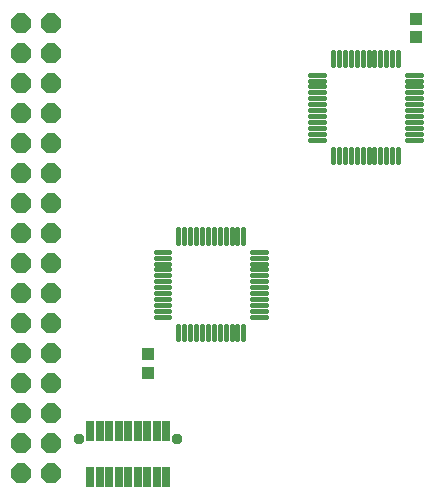
<source format=gbr>
G04 EAGLE Gerber RS-274X export*
G75*
%MOMM*%
%FSLAX34Y34*%
%LPD*%
%INSoldermask Bottom*%
%IPPOS*%
%AMOC8*
5,1,8,0,0,1.08239X$1,22.5*%
G01*
G04 Define Apertures*
%ADD10C,0.402400*%
%ADD11R,1.122600X1.073300*%
%ADD12P,1.81452X8X112.5*%
%ADD13R,0.702400X1.652400*%
%ADD14C,0.952400*%
D10*
X285500Y383750D02*
X285500Y372250D01*
X290500Y372250D02*
X290500Y383750D01*
X295500Y383750D02*
X295500Y372250D01*
X300500Y372250D02*
X300500Y383750D01*
X305500Y383750D02*
X305500Y372250D01*
X310500Y372250D02*
X310500Y383750D01*
X315500Y383750D02*
X315500Y372250D01*
X320500Y372250D02*
X320500Y383750D01*
X325500Y383750D02*
X325500Y372250D01*
X330500Y372250D02*
X330500Y383750D01*
X335500Y383750D02*
X335500Y372250D01*
X340500Y372250D02*
X340500Y383750D01*
X348250Y364500D02*
X359750Y364500D01*
X359750Y359500D02*
X348250Y359500D01*
X348250Y354500D02*
X359750Y354500D01*
X359750Y349500D02*
X348250Y349500D01*
X348250Y344500D02*
X359750Y344500D01*
X359750Y339500D02*
X348250Y339500D01*
X348250Y334500D02*
X359750Y334500D01*
X359750Y329500D02*
X348250Y329500D01*
X348250Y324500D02*
X359750Y324500D01*
X359750Y319500D02*
X348250Y319500D01*
X348250Y314500D02*
X359750Y314500D01*
X359750Y309500D02*
X348250Y309500D01*
X340500Y301750D02*
X340500Y290250D01*
X335500Y290250D02*
X335500Y301750D01*
X330500Y301750D02*
X330500Y290250D01*
X325500Y290250D02*
X325500Y301750D01*
X320500Y301750D02*
X320500Y290250D01*
X315500Y290250D02*
X315500Y301750D01*
X310500Y301750D02*
X310500Y290250D01*
X305500Y290250D02*
X305500Y301750D01*
X300500Y301750D02*
X300500Y290250D01*
X295500Y290250D02*
X295500Y301750D01*
X290500Y301750D02*
X290500Y290250D01*
X285500Y290250D02*
X285500Y301750D01*
X277750Y309500D02*
X266250Y309500D01*
X266250Y314500D02*
X277750Y314500D01*
X277750Y319500D02*
X266250Y319500D01*
X266250Y324500D02*
X277750Y324500D01*
X277750Y329500D02*
X266250Y329500D01*
X266250Y334500D02*
X277750Y334500D01*
X277750Y339500D02*
X266250Y339500D01*
X266250Y344500D02*
X277750Y344500D01*
X277750Y349500D02*
X266250Y349500D01*
X266250Y354500D02*
X277750Y354500D01*
X277750Y359500D02*
X266250Y359500D01*
X266250Y364500D02*
X277750Y364500D01*
D11*
X356000Y411746D03*
X356000Y396254D03*
D10*
X209500Y151750D02*
X209500Y140250D01*
X204500Y140250D02*
X204500Y151750D01*
X199500Y151750D02*
X199500Y140250D01*
X194500Y140250D02*
X194500Y151750D01*
X189500Y151750D02*
X189500Y140250D01*
X184500Y140250D02*
X184500Y151750D01*
X179500Y151750D02*
X179500Y140250D01*
X174500Y140250D02*
X174500Y151750D01*
X169500Y151750D02*
X169500Y140250D01*
X164500Y140250D02*
X164500Y151750D01*
X159500Y151750D02*
X159500Y140250D01*
X154500Y140250D02*
X154500Y151750D01*
X146750Y159500D02*
X135250Y159500D01*
X135250Y164500D02*
X146750Y164500D01*
X146750Y169500D02*
X135250Y169500D01*
X135250Y174500D02*
X146750Y174500D01*
X146750Y179500D02*
X135250Y179500D01*
X135250Y184500D02*
X146750Y184500D01*
X146750Y189500D02*
X135250Y189500D01*
X135250Y194500D02*
X146750Y194500D01*
X146750Y199500D02*
X135250Y199500D01*
X135250Y204500D02*
X146750Y204500D01*
X146750Y209500D02*
X135250Y209500D01*
X135250Y214500D02*
X146750Y214500D01*
X154500Y222250D02*
X154500Y233750D01*
X159500Y233750D02*
X159500Y222250D01*
X164500Y222250D02*
X164500Y233750D01*
X169500Y233750D02*
X169500Y222250D01*
X174500Y222250D02*
X174500Y233750D01*
X179500Y233750D02*
X179500Y222250D01*
X184500Y222250D02*
X184500Y233750D01*
X189500Y233750D02*
X189500Y222250D01*
X194500Y222250D02*
X194500Y233750D01*
X199500Y233750D02*
X199500Y222250D01*
X204500Y222250D02*
X204500Y233750D01*
X209500Y233750D02*
X209500Y222250D01*
X217250Y214500D02*
X228750Y214500D01*
X228750Y209500D02*
X217250Y209500D01*
X217250Y204500D02*
X228750Y204500D01*
X228750Y199500D02*
X217250Y199500D01*
X217250Y194500D02*
X228750Y194500D01*
X228750Y189500D02*
X217250Y189500D01*
X217250Y184500D02*
X228750Y184500D01*
X228750Y179500D02*
X217250Y179500D01*
X217250Y174500D02*
X228750Y174500D01*
X228750Y169500D02*
X217250Y169500D01*
X217250Y164500D02*
X228750Y164500D01*
X228750Y159500D02*
X217250Y159500D01*
D11*
X129000Y112254D03*
X129000Y127746D03*
D12*
X46700Y27500D03*
X21300Y27500D03*
X46700Y52900D03*
X21300Y52900D03*
X46700Y78300D03*
X21300Y78300D03*
X46700Y103700D03*
X21300Y103700D03*
X46700Y129100D03*
X21300Y129100D03*
X46700Y154500D03*
X21300Y154500D03*
X46700Y179900D03*
X21300Y179900D03*
X46700Y205300D03*
X21300Y205300D03*
X46700Y230700D03*
X21300Y230700D03*
X46700Y256100D03*
X21300Y256100D03*
X46700Y281500D03*
X21300Y281500D03*
X46700Y306900D03*
X21300Y306900D03*
X46700Y332300D03*
X21300Y332300D03*
X46700Y357700D03*
X21300Y357700D03*
X46700Y383100D03*
X21300Y383100D03*
X46700Y408500D03*
X21300Y408500D03*
D13*
X80000Y23500D03*
X80000Y62500D03*
X88000Y23500D03*
X88000Y62500D03*
X96000Y23500D03*
X96000Y62500D03*
X104000Y23500D03*
X104000Y62500D03*
X112000Y23500D03*
X112000Y62500D03*
X120000Y23500D03*
X120000Y62500D03*
X128000Y23500D03*
X128000Y62500D03*
X136000Y23500D03*
X136000Y62500D03*
X144000Y23500D03*
X144000Y62500D03*
D14*
X70000Y56000D03*
X153000Y56000D03*
M02*

</source>
